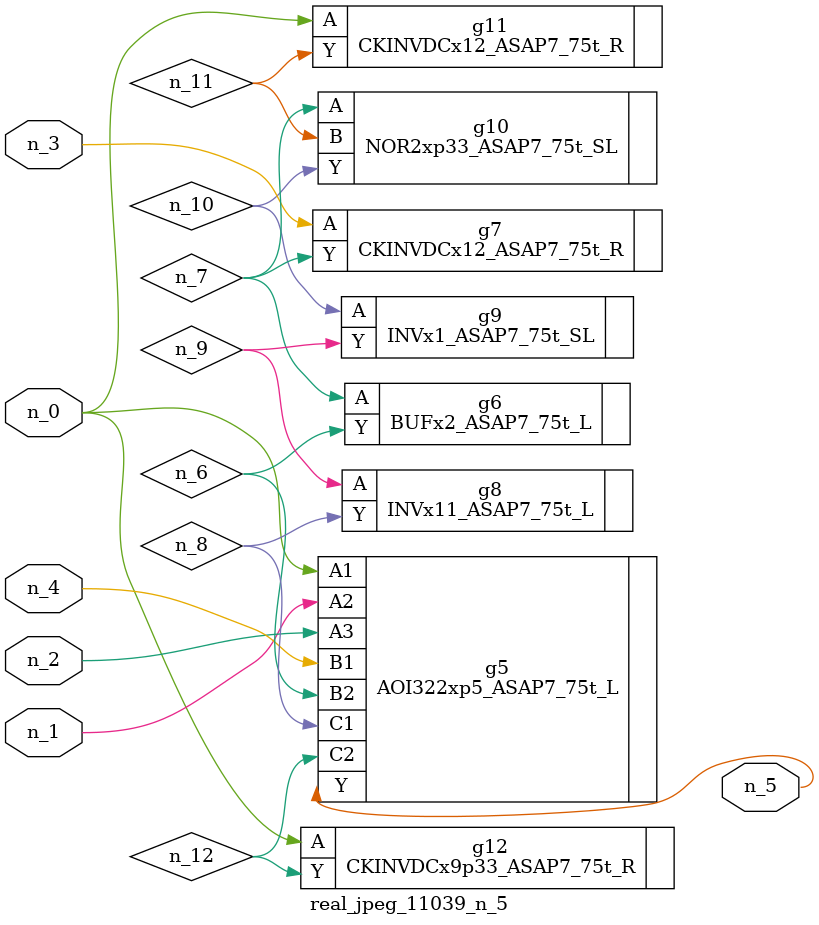
<source format=v>
module real_jpeg_11039_n_5 (n_4, n_0, n_1, n_2, n_3, n_5);

input n_4;
input n_0;
input n_1;
input n_2;
input n_3;

output n_5;

wire n_12;
wire n_8;
wire n_11;
wire n_6;
wire n_7;
wire n_10;
wire n_9;

AOI322xp5_ASAP7_75t_L g5 ( 
.A1(n_0),
.A2(n_1),
.A3(n_2),
.B1(n_4),
.B2(n_6),
.C1(n_8),
.C2(n_12),
.Y(n_5)
);

CKINVDCx12_ASAP7_75t_R g11 ( 
.A(n_0),
.Y(n_11)
);

CKINVDCx9p33_ASAP7_75t_R g12 ( 
.A(n_0),
.Y(n_12)
);

CKINVDCx12_ASAP7_75t_R g7 ( 
.A(n_3),
.Y(n_7)
);

BUFx2_ASAP7_75t_L g6 ( 
.A(n_7),
.Y(n_6)
);

NOR2xp33_ASAP7_75t_SL g10 ( 
.A(n_7),
.B(n_11),
.Y(n_10)
);

INVx11_ASAP7_75t_L g8 ( 
.A(n_9),
.Y(n_8)
);

INVx1_ASAP7_75t_SL g9 ( 
.A(n_10),
.Y(n_9)
);


endmodule
</source>
